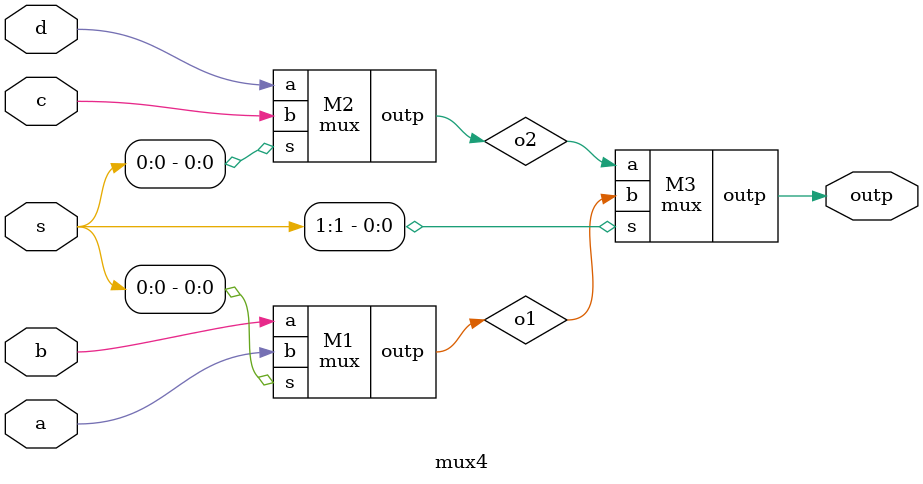
<source format=v>
`timescale 1ns / 1ps
module mux(
    input a,
    input b,
	 input s,
    output outp
    );
	
	assign outp = s ? a : b;

endmodule

module mux4(
    input a,
    input b,
	 input c,
	 input d,
	 input [1:0]s,
    output outp
    );
	wire o1, o2;
	mux M1(b,a,s[0],o1);
	mux M2(d,c,s[0],o2);
	mux M3(o2,o1,s[1],outp);

endmodule
</source>
